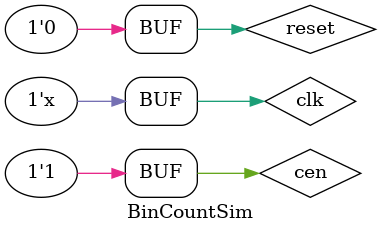
<source format=v>
`timescale 1ns / 1ps


module BinCountSim();
    reg cen, reset, clk;
    wire[3:0] count;
    wire tc;
    
    BinCount UUT(
    .cen(cen),
    .reset(reset),
    .clk(clk),
    .count(count),
    .tc(tc)
    );
    
    always begin
        clk=~clk;
        #10;
    end
    
    initial begin
        clk=0;
        reset=0;
        cen=0;
        #30;
        
        cen=1;
        #50;
        
        reset=1;
        #20;
        reset=0;
        
    end
endmodule

</source>
